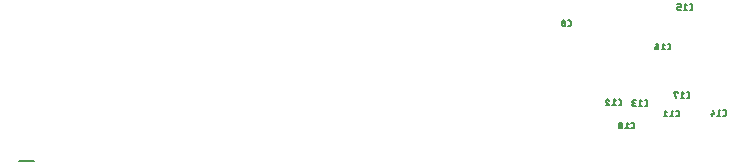
<source format=gbr>
G04 EAGLE Gerber RS-274X export*
G75*
%MOMM*%
%FSLAX34Y34*%
%LPD*%
%INSilkscreen Bottom*%
%IPPOS*%
%AMOC8*
5,1,8,0,0,1.08239X$1,22.5*%
G01*
%ADD10C,0.127000*%
%ADD11C,0.203200*%


D10*
X486839Y380619D02*
X487912Y380619D01*
X487977Y380621D01*
X488041Y380627D01*
X488105Y380637D01*
X488169Y380650D01*
X488231Y380668D01*
X488292Y380689D01*
X488352Y380713D01*
X488410Y380742D01*
X488467Y380774D01*
X488521Y380809D01*
X488573Y380847D01*
X488623Y380889D01*
X488670Y380933D01*
X488714Y380980D01*
X488756Y381030D01*
X488794Y381082D01*
X488829Y381136D01*
X488861Y381193D01*
X488890Y381251D01*
X488914Y381311D01*
X488935Y381372D01*
X488953Y381434D01*
X488966Y381498D01*
X488976Y381562D01*
X488982Y381626D01*
X488984Y381691D01*
X488984Y384373D01*
X488982Y384438D01*
X488976Y384502D01*
X488966Y384566D01*
X488953Y384630D01*
X488935Y384692D01*
X488914Y384753D01*
X488890Y384813D01*
X488861Y384871D01*
X488829Y384928D01*
X488794Y384982D01*
X488756Y385034D01*
X488714Y385084D01*
X488670Y385131D01*
X488623Y385175D01*
X488573Y385217D01*
X488521Y385255D01*
X488467Y385290D01*
X488410Y385322D01*
X488352Y385351D01*
X488292Y385375D01*
X488231Y385396D01*
X488169Y385414D01*
X488105Y385427D01*
X488041Y385437D01*
X487977Y385443D01*
X487912Y385445D01*
X486839Y385445D01*
X484383Y384373D02*
X483043Y385445D01*
X483043Y380619D01*
X484383Y380619D02*
X481702Y380619D01*
X478897Y383032D02*
X478895Y383152D01*
X478890Y383272D01*
X478881Y383392D01*
X478868Y383512D01*
X478852Y383631D01*
X478832Y383750D01*
X478808Y383868D01*
X478781Y383985D01*
X478751Y384101D01*
X478717Y384216D01*
X478679Y384331D01*
X478638Y384444D01*
X478594Y384555D01*
X478546Y384666D01*
X478495Y384775D01*
X478474Y384832D01*
X478448Y384888D01*
X478420Y384943D01*
X478388Y384995D01*
X478352Y385046D01*
X478314Y385094D01*
X478273Y385140D01*
X478229Y385183D01*
X478183Y385223D01*
X478134Y385260D01*
X478082Y385294D01*
X478029Y385325D01*
X477974Y385353D01*
X477918Y385377D01*
X477860Y385398D01*
X477801Y385415D01*
X477741Y385428D01*
X477680Y385437D01*
X477618Y385443D01*
X477557Y385445D01*
X477496Y385443D01*
X477434Y385437D01*
X477373Y385428D01*
X477313Y385415D01*
X477254Y385398D01*
X477196Y385377D01*
X477140Y385353D01*
X477085Y385325D01*
X477032Y385294D01*
X476980Y385260D01*
X476932Y385223D01*
X476885Y385183D01*
X476841Y385140D01*
X476800Y385094D01*
X476762Y385046D01*
X476726Y384995D01*
X476694Y384943D01*
X476666Y384888D01*
X476640Y384832D01*
X476619Y384775D01*
X476618Y384775D02*
X476567Y384666D01*
X476519Y384555D01*
X476475Y384444D01*
X476434Y384331D01*
X476396Y384216D01*
X476362Y384101D01*
X476332Y383985D01*
X476305Y383868D01*
X476281Y383750D01*
X476261Y383631D01*
X476245Y383512D01*
X476232Y383392D01*
X476223Y383272D01*
X476218Y383152D01*
X476216Y383032D01*
X478897Y383032D02*
X478895Y382912D01*
X478890Y382792D01*
X478881Y382672D01*
X478868Y382552D01*
X478852Y382433D01*
X478832Y382314D01*
X478808Y382196D01*
X478781Y382079D01*
X478751Y381963D01*
X478717Y381848D01*
X478679Y381733D01*
X478638Y381620D01*
X478594Y381509D01*
X478546Y381398D01*
X478495Y381289D01*
X478474Y381232D01*
X478448Y381176D01*
X478420Y381121D01*
X478388Y381069D01*
X478352Y381018D01*
X478314Y380970D01*
X478273Y380924D01*
X478229Y380881D01*
X478183Y380841D01*
X478134Y380804D01*
X478082Y380770D01*
X478029Y380739D01*
X477974Y380711D01*
X477918Y380687D01*
X477860Y380666D01*
X477801Y380649D01*
X477741Y380636D01*
X477680Y380627D01*
X477618Y380621D01*
X477557Y380619D01*
X476618Y381289D02*
X476567Y381398D01*
X476519Y381509D01*
X476475Y381620D01*
X476434Y381733D01*
X476396Y381848D01*
X476362Y381963D01*
X476332Y382079D01*
X476305Y382196D01*
X476281Y382314D01*
X476261Y382433D01*
X476245Y382552D01*
X476232Y382672D01*
X476223Y382792D01*
X476218Y382912D01*
X476216Y383032D01*
X476619Y381289D02*
X476640Y381232D01*
X476666Y381176D01*
X476694Y381121D01*
X476726Y381069D01*
X476762Y381018D01*
X476800Y380970D01*
X476841Y380924D01*
X476885Y380881D01*
X476932Y380841D01*
X476980Y380804D01*
X477032Y380770D01*
X477085Y380739D01*
X477140Y380711D01*
X477196Y380687D01*
X477254Y380666D01*
X477313Y380649D01*
X477373Y380636D01*
X477434Y380627D01*
X477496Y380621D01*
X477557Y380619D01*
X478629Y381691D02*
X476484Y384373D01*
X524685Y390779D02*
X525758Y390779D01*
X525823Y390781D01*
X525887Y390787D01*
X525951Y390797D01*
X526015Y390810D01*
X526077Y390828D01*
X526138Y390849D01*
X526198Y390873D01*
X526256Y390902D01*
X526313Y390934D01*
X526367Y390969D01*
X526419Y391007D01*
X526469Y391049D01*
X526516Y391093D01*
X526560Y391140D01*
X526602Y391190D01*
X526640Y391242D01*
X526675Y391296D01*
X526707Y391353D01*
X526736Y391411D01*
X526760Y391471D01*
X526781Y391532D01*
X526799Y391594D01*
X526812Y391658D01*
X526822Y391722D01*
X526828Y391786D01*
X526830Y391851D01*
X526830Y394533D01*
X526828Y394598D01*
X526822Y394662D01*
X526812Y394726D01*
X526799Y394790D01*
X526781Y394852D01*
X526760Y394913D01*
X526736Y394973D01*
X526707Y395031D01*
X526675Y395088D01*
X526640Y395142D01*
X526602Y395194D01*
X526560Y395244D01*
X526516Y395291D01*
X526469Y395335D01*
X526419Y395377D01*
X526367Y395415D01*
X526313Y395450D01*
X526256Y395482D01*
X526198Y395511D01*
X526138Y395535D01*
X526077Y395556D01*
X526015Y395574D01*
X525951Y395587D01*
X525887Y395597D01*
X525823Y395603D01*
X525758Y395605D01*
X524685Y395605D01*
X522229Y394533D02*
X520889Y395605D01*
X520889Y390779D01*
X522229Y390779D02*
X519548Y390779D01*
X516743Y394533D02*
X515403Y395605D01*
X515403Y390779D01*
X516743Y390779D02*
X514062Y390779D01*
X476990Y400177D02*
X475917Y400177D01*
X476990Y400177D02*
X477055Y400179D01*
X477119Y400185D01*
X477183Y400195D01*
X477247Y400208D01*
X477309Y400226D01*
X477370Y400247D01*
X477430Y400271D01*
X477488Y400300D01*
X477545Y400332D01*
X477599Y400367D01*
X477651Y400405D01*
X477701Y400447D01*
X477748Y400491D01*
X477792Y400538D01*
X477834Y400588D01*
X477872Y400640D01*
X477907Y400694D01*
X477939Y400751D01*
X477968Y400809D01*
X477992Y400869D01*
X478013Y400930D01*
X478031Y400992D01*
X478044Y401056D01*
X478054Y401120D01*
X478060Y401184D01*
X478062Y401249D01*
X478062Y403931D01*
X478060Y403996D01*
X478054Y404060D01*
X478044Y404124D01*
X478031Y404188D01*
X478013Y404250D01*
X477992Y404311D01*
X477968Y404371D01*
X477939Y404429D01*
X477907Y404486D01*
X477872Y404540D01*
X477834Y404592D01*
X477792Y404642D01*
X477748Y404689D01*
X477701Y404733D01*
X477651Y404775D01*
X477599Y404813D01*
X477545Y404848D01*
X477488Y404880D01*
X477430Y404909D01*
X477370Y404933D01*
X477309Y404954D01*
X477247Y404972D01*
X477183Y404985D01*
X477119Y404995D01*
X477055Y405001D01*
X476990Y405003D01*
X475917Y405003D01*
X473461Y403931D02*
X472121Y405003D01*
X472121Y400177D01*
X473461Y400177D02*
X470780Y400177D01*
X466500Y405003D02*
X466432Y405001D01*
X466365Y404995D01*
X466298Y404986D01*
X466231Y404973D01*
X466166Y404956D01*
X466101Y404935D01*
X466038Y404911D01*
X465976Y404883D01*
X465916Y404852D01*
X465858Y404818D01*
X465802Y404780D01*
X465747Y404740D01*
X465696Y404696D01*
X465647Y404649D01*
X465600Y404600D01*
X465556Y404549D01*
X465516Y404494D01*
X465478Y404438D01*
X465444Y404380D01*
X465413Y404320D01*
X465385Y404258D01*
X465361Y404195D01*
X465340Y404130D01*
X465323Y404065D01*
X465310Y403998D01*
X465301Y403931D01*
X465295Y403864D01*
X465293Y403796D01*
X466500Y405003D02*
X466578Y405001D01*
X466656Y404995D01*
X466733Y404985D01*
X466810Y404972D01*
X466886Y404954D01*
X466961Y404933D01*
X467035Y404908D01*
X467107Y404879D01*
X467178Y404847D01*
X467247Y404811D01*
X467315Y404772D01*
X467380Y404729D01*
X467443Y404683D01*
X467504Y404634D01*
X467562Y404582D01*
X467617Y404527D01*
X467670Y404470D01*
X467719Y404410D01*
X467766Y404347D01*
X467809Y404282D01*
X467849Y404216D01*
X467886Y404147D01*
X467919Y404076D01*
X467949Y404004D01*
X467975Y403930D01*
X465696Y402858D02*
X465647Y402907D01*
X465600Y402959D01*
X465557Y403014D01*
X465516Y403071D01*
X465478Y403130D01*
X465444Y403191D01*
X465413Y403254D01*
X465385Y403318D01*
X465361Y403384D01*
X465341Y403450D01*
X465324Y403518D01*
X465311Y403587D01*
X465302Y403656D01*
X465296Y403726D01*
X465294Y403796D01*
X465696Y402858D02*
X467975Y400177D01*
X465294Y400177D01*
X498269Y399669D02*
X499342Y399669D01*
X499407Y399671D01*
X499471Y399677D01*
X499535Y399687D01*
X499599Y399700D01*
X499661Y399718D01*
X499722Y399739D01*
X499782Y399763D01*
X499840Y399792D01*
X499897Y399824D01*
X499951Y399859D01*
X500003Y399897D01*
X500053Y399939D01*
X500100Y399983D01*
X500144Y400030D01*
X500186Y400080D01*
X500224Y400132D01*
X500259Y400186D01*
X500291Y400243D01*
X500320Y400301D01*
X500344Y400361D01*
X500365Y400422D01*
X500383Y400484D01*
X500396Y400548D01*
X500406Y400612D01*
X500412Y400676D01*
X500414Y400741D01*
X500414Y403423D01*
X500412Y403488D01*
X500406Y403552D01*
X500396Y403616D01*
X500383Y403680D01*
X500365Y403742D01*
X500344Y403803D01*
X500320Y403863D01*
X500291Y403921D01*
X500259Y403978D01*
X500224Y404032D01*
X500186Y404084D01*
X500144Y404134D01*
X500100Y404181D01*
X500053Y404225D01*
X500003Y404267D01*
X499951Y404305D01*
X499897Y404340D01*
X499840Y404372D01*
X499782Y404401D01*
X499722Y404425D01*
X499661Y404446D01*
X499599Y404464D01*
X499535Y404477D01*
X499471Y404487D01*
X499407Y404493D01*
X499342Y404495D01*
X498269Y404495D01*
X495813Y403423D02*
X494473Y404495D01*
X494473Y399669D01*
X495813Y399669D02*
X493132Y399669D01*
X490327Y399669D02*
X488987Y399669D01*
X488916Y399671D01*
X488844Y399677D01*
X488774Y399686D01*
X488704Y399699D01*
X488634Y399716D01*
X488566Y399737D01*
X488499Y399761D01*
X488433Y399789D01*
X488369Y399820D01*
X488306Y399855D01*
X488246Y399893D01*
X488187Y399934D01*
X488131Y399978D01*
X488077Y400025D01*
X488026Y400074D01*
X487978Y400127D01*
X487932Y400182D01*
X487890Y400239D01*
X487850Y400299D01*
X487814Y400360D01*
X487781Y400424D01*
X487752Y400489D01*
X487726Y400555D01*
X487703Y400623D01*
X487684Y400692D01*
X487669Y400762D01*
X487658Y400832D01*
X487650Y400903D01*
X487646Y400974D01*
X487646Y401046D01*
X487650Y401117D01*
X487658Y401188D01*
X487669Y401258D01*
X487684Y401328D01*
X487703Y401397D01*
X487726Y401465D01*
X487752Y401531D01*
X487781Y401596D01*
X487814Y401660D01*
X487850Y401721D01*
X487890Y401781D01*
X487932Y401838D01*
X487978Y401893D01*
X488026Y401946D01*
X488077Y401995D01*
X488131Y402042D01*
X488187Y402086D01*
X488246Y402127D01*
X488306Y402165D01*
X488369Y402200D01*
X488433Y402231D01*
X488499Y402259D01*
X488566Y402283D01*
X488634Y402304D01*
X488704Y402321D01*
X488774Y402334D01*
X488844Y402343D01*
X488916Y402349D01*
X488987Y402351D01*
X488718Y404495D02*
X490327Y404495D01*
X488718Y404495D02*
X488653Y404493D01*
X488589Y404487D01*
X488525Y404477D01*
X488461Y404464D01*
X488399Y404446D01*
X488338Y404425D01*
X488278Y404401D01*
X488220Y404372D01*
X488163Y404340D01*
X488109Y404305D01*
X488057Y404267D01*
X488007Y404225D01*
X487960Y404181D01*
X487916Y404134D01*
X487874Y404084D01*
X487836Y404032D01*
X487801Y403978D01*
X487769Y403921D01*
X487740Y403863D01*
X487716Y403803D01*
X487695Y403742D01*
X487677Y403680D01*
X487664Y403616D01*
X487654Y403552D01*
X487648Y403488D01*
X487646Y403423D01*
X487648Y403358D01*
X487654Y403294D01*
X487664Y403230D01*
X487677Y403166D01*
X487695Y403104D01*
X487716Y403043D01*
X487740Y402983D01*
X487769Y402925D01*
X487801Y402868D01*
X487836Y402814D01*
X487874Y402762D01*
X487916Y402712D01*
X487960Y402665D01*
X488007Y402621D01*
X488057Y402579D01*
X488109Y402541D01*
X488163Y402506D01*
X488220Y402474D01*
X488278Y402445D01*
X488338Y402421D01*
X488399Y402400D01*
X488461Y402382D01*
X488525Y402369D01*
X488589Y402359D01*
X488653Y402353D01*
X488718Y402351D01*
X488718Y402350D02*
X489791Y402350D01*
X564563Y391287D02*
X565636Y391287D01*
X565701Y391289D01*
X565765Y391295D01*
X565829Y391305D01*
X565893Y391318D01*
X565955Y391336D01*
X566016Y391357D01*
X566076Y391381D01*
X566134Y391410D01*
X566191Y391442D01*
X566245Y391477D01*
X566297Y391515D01*
X566347Y391557D01*
X566394Y391601D01*
X566438Y391648D01*
X566480Y391698D01*
X566518Y391750D01*
X566553Y391804D01*
X566585Y391861D01*
X566614Y391919D01*
X566638Y391979D01*
X566659Y392040D01*
X566677Y392102D01*
X566690Y392166D01*
X566700Y392230D01*
X566706Y392294D01*
X566708Y392359D01*
X566708Y395041D01*
X566706Y395106D01*
X566700Y395170D01*
X566690Y395234D01*
X566677Y395298D01*
X566659Y395360D01*
X566638Y395421D01*
X566614Y395481D01*
X566585Y395539D01*
X566553Y395596D01*
X566518Y395650D01*
X566480Y395702D01*
X566438Y395752D01*
X566394Y395799D01*
X566347Y395843D01*
X566297Y395885D01*
X566245Y395923D01*
X566191Y395958D01*
X566134Y395990D01*
X566076Y396019D01*
X566016Y396043D01*
X565955Y396064D01*
X565893Y396082D01*
X565829Y396095D01*
X565765Y396105D01*
X565701Y396111D01*
X565636Y396113D01*
X564563Y396113D01*
X562107Y395041D02*
X560767Y396113D01*
X560767Y391287D01*
X562107Y391287D02*
X559426Y391287D01*
X556621Y392359D02*
X555549Y396113D01*
X556621Y392359D02*
X553940Y392359D01*
X554744Y393432D02*
X554744Y391287D01*
X537442Y480949D02*
X536369Y480949D01*
X537442Y480949D02*
X537507Y480951D01*
X537571Y480957D01*
X537635Y480967D01*
X537699Y480980D01*
X537761Y480998D01*
X537822Y481019D01*
X537882Y481043D01*
X537940Y481072D01*
X537997Y481104D01*
X538051Y481139D01*
X538103Y481177D01*
X538153Y481219D01*
X538200Y481263D01*
X538244Y481310D01*
X538286Y481360D01*
X538324Y481412D01*
X538359Y481466D01*
X538391Y481523D01*
X538420Y481581D01*
X538444Y481641D01*
X538465Y481702D01*
X538483Y481764D01*
X538496Y481828D01*
X538506Y481892D01*
X538512Y481956D01*
X538514Y482021D01*
X538514Y484703D01*
X538512Y484768D01*
X538506Y484832D01*
X538496Y484896D01*
X538483Y484960D01*
X538465Y485022D01*
X538444Y485083D01*
X538420Y485143D01*
X538391Y485201D01*
X538359Y485258D01*
X538324Y485312D01*
X538286Y485364D01*
X538244Y485414D01*
X538200Y485461D01*
X538153Y485505D01*
X538103Y485547D01*
X538051Y485585D01*
X537997Y485620D01*
X537940Y485652D01*
X537882Y485681D01*
X537822Y485705D01*
X537761Y485726D01*
X537699Y485744D01*
X537635Y485757D01*
X537571Y485767D01*
X537507Y485773D01*
X537442Y485775D01*
X536369Y485775D01*
X533913Y484703D02*
X532573Y485775D01*
X532573Y480949D01*
X533913Y480949D02*
X531232Y480949D01*
X528427Y480949D02*
X526818Y480949D01*
X526753Y480951D01*
X526689Y480957D01*
X526625Y480967D01*
X526561Y480980D01*
X526499Y480998D01*
X526438Y481019D01*
X526378Y481043D01*
X526320Y481072D01*
X526263Y481104D01*
X526209Y481139D01*
X526157Y481177D01*
X526107Y481219D01*
X526060Y481263D01*
X526016Y481310D01*
X525974Y481360D01*
X525936Y481412D01*
X525901Y481466D01*
X525869Y481523D01*
X525840Y481581D01*
X525816Y481641D01*
X525795Y481702D01*
X525777Y481764D01*
X525764Y481828D01*
X525754Y481892D01*
X525748Y481956D01*
X525746Y482021D01*
X525746Y482558D01*
X525748Y482623D01*
X525754Y482687D01*
X525764Y482751D01*
X525777Y482815D01*
X525795Y482877D01*
X525816Y482938D01*
X525840Y482998D01*
X525869Y483056D01*
X525901Y483113D01*
X525936Y483167D01*
X525974Y483219D01*
X526016Y483269D01*
X526060Y483316D01*
X526107Y483360D01*
X526157Y483402D01*
X526209Y483440D01*
X526263Y483475D01*
X526320Y483507D01*
X526378Y483536D01*
X526438Y483560D01*
X526499Y483581D01*
X526561Y483599D01*
X526625Y483612D01*
X526689Y483622D01*
X526753Y483628D01*
X526818Y483630D01*
X528427Y483630D01*
X528427Y485775D01*
X525746Y485775D01*
X518646Y447421D02*
X517573Y447421D01*
X518646Y447421D02*
X518711Y447423D01*
X518775Y447429D01*
X518839Y447439D01*
X518903Y447452D01*
X518965Y447470D01*
X519026Y447491D01*
X519086Y447515D01*
X519144Y447544D01*
X519201Y447576D01*
X519255Y447611D01*
X519307Y447649D01*
X519357Y447691D01*
X519404Y447735D01*
X519448Y447782D01*
X519490Y447832D01*
X519528Y447884D01*
X519563Y447938D01*
X519595Y447995D01*
X519624Y448053D01*
X519648Y448113D01*
X519669Y448174D01*
X519687Y448236D01*
X519700Y448300D01*
X519710Y448364D01*
X519716Y448428D01*
X519718Y448493D01*
X519718Y451175D01*
X519716Y451240D01*
X519710Y451304D01*
X519700Y451368D01*
X519687Y451432D01*
X519669Y451494D01*
X519648Y451555D01*
X519624Y451615D01*
X519595Y451673D01*
X519563Y451730D01*
X519528Y451784D01*
X519490Y451836D01*
X519448Y451886D01*
X519404Y451933D01*
X519357Y451977D01*
X519307Y452019D01*
X519255Y452057D01*
X519201Y452092D01*
X519144Y452124D01*
X519086Y452153D01*
X519026Y452177D01*
X518965Y452198D01*
X518903Y452216D01*
X518839Y452229D01*
X518775Y452239D01*
X518711Y452245D01*
X518646Y452247D01*
X517573Y452247D01*
X515117Y451175D02*
X513777Y452247D01*
X513777Y447421D01*
X515117Y447421D02*
X512436Y447421D01*
X509631Y450102D02*
X508022Y450102D01*
X507957Y450100D01*
X507893Y450094D01*
X507829Y450084D01*
X507765Y450071D01*
X507703Y450053D01*
X507642Y450032D01*
X507582Y450008D01*
X507524Y449979D01*
X507467Y449947D01*
X507413Y449912D01*
X507361Y449874D01*
X507311Y449832D01*
X507264Y449788D01*
X507220Y449741D01*
X507178Y449691D01*
X507140Y449639D01*
X507105Y449585D01*
X507073Y449528D01*
X507044Y449470D01*
X507020Y449410D01*
X506999Y449349D01*
X506981Y449287D01*
X506968Y449223D01*
X506958Y449159D01*
X506952Y449095D01*
X506950Y449030D01*
X506950Y448762D01*
X506949Y448762D02*
X506951Y448691D01*
X506957Y448619D01*
X506966Y448549D01*
X506979Y448479D01*
X506996Y448409D01*
X507017Y448341D01*
X507041Y448274D01*
X507069Y448208D01*
X507100Y448144D01*
X507135Y448081D01*
X507173Y448021D01*
X507214Y447962D01*
X507258Y447906D01*
X507305Y447852D01*
X507354Y447801D01*
X507407Y447753D01*
X507462Y447707D01*
X507519Y447665D01*
X507579Y447625D01*
X507640Y447589D01*
X507704Y447556D01*
X507769Y447527D01*
X507835Y447501D01*
X507903Y447478D01*
X507972Y447459D01*
X508042Y447444D01*
X508112Y447433D01*
X508183Y447425D01*
X508254Y447421D01*
X508326Y447421D01*
X508397Y447425D01*
X508468Y447433D01*
X508538Y447444D01*
X508608Y447459D01*
X508677Y447478D01*
X508745Y447501D01*
X508811Y447527D01*
X508876Y447556D01*
X508940Y447589D01*
X509001Y447625D01*
X509061Y447665D01*
X509118Y447707D01*
X509173Y447753D01*
X509226Y447801D01*
X509275Y447852D01*
X509322Y447906D01*
X509366Y447962D01*
X509407Y448021D01*
X509445Y448081D01*
X509480Y448144D01*
X509511Y448208D01*
X509539Y448274D01*
X509563Y448341D01*
X509584Y448409D01*
X509601Y448479D01*
X509614Y448549D01*
X509623Y448619D01*
X509629Y448691D01*
X509631Y448762D01*
X509631Y450102D01*
X509629Y450193D01*
X509623Y450284D01*
X509614Y450374D01*
X509600Y450465D01*
X509583Y450554D01*
X509562Y450642D01*
X509537Y450730D01*
X509508Y450817D01*
X509476Y450902D01*
X509441Y450986D01*
X509401Y451068D01*
X509359Y451148D01*
X509313Y451227D01*
X509263Y451303D01*
X509211Y451377D01*
X509155Y451450D01*
X509096Y451519D01*
X509035Y451586D01*
X508970Y451651D01*
X508903Y451712D01*
X508834Y451771D01*
X508761Y451827D01*
X508687Y451879D01*
X508611Y451929D01*
X508532Y451975D01*
X508452Y452017D01*
X508370Y452057D01*
X508286Y452092D01*
X508201Y452124D01*
X508114Y452153D01*
X508026Y452178D01*
X507938Y452199D01*
X507849Y452216D01*
X507758Y452230D01*
X507668Y452239D01*
X507577Y452245D01*
X507486Y452247D01*
X533829Y406273D02*
X534902Y406273D01*
X534967Y406275D01*
X535031Y406281D01*
X535095Y406291D01*
X535159Y406304D01*
X535221Y406322D01*
X535282Y406343D01*
X535342Y406367D01*
X535400Y406396D01*
X535457Y406428D01*
X535511Y406463D01*
X535563Y406501D01*
X535613Y406543D01*
X535660Y406587D01*
X535704Y406634D01*
X535746Y406684D01*
X535784Y406736D01*
X535819Y406790D01*
X535851Y406847D01*
X535880Y406905D01*
X535904Y406965D01*
X535925Y407026D01*
X535943Y407088D01*
X535956Y407152D01*
X535966Y407216D01*
X535972Y407280D01*
X535974Y407345D01*
X535974Y410027D01*
X535972Y410092D01*
X535966Y410156D01*
X535956Y410220D01*
X535943Y410284D01*
X535925Y410346D01*
X535904Y410407D01*
X535880Y410467D01*
X535851Y410525D01*
X535819Y410582D01*
X535784Y410636D01*
X535746Y410688D01*
X535704Y410738D01*
X535660Y410785D01*
X535613Y410829D01*
X535563Y410871D01*
X535511Y410909D01*
X535457Y410944D01*
X535400Y410976D01*
X535342Y411005D01*
X535282Y411029D01*
X535221Y411050D01*
X535159Y411068D01*
X535095Y411081D01*
X535031Y411091D01*
X534967Y411097D01*
X534902Y411099D01*
X533829Y411099D01*
X531373Y410027D02*
X530033Y411099D01*
X530033Y406273D01*
X531373Y406273D02*
X528692Y406273D01*
X525887Y410563D02*
X525887Y411099D01*
X523206Y411099D01*
X524547Y406273D01*
X434368Y467233D02*
X433296Y467233D01*
X434368Y467233D02*
X434433Y467235D01*
X434497Y467241D01*
X434561Y467251D01*
X434625Y467264D01*
X434687Y467282D01*
X434748Y467303D01*
X434808Y467327D01*
X434866Y467356D01*
X434923Y467388D01*
X434977Y467423D01*
X435029Y467461D01*
X435079Y467503D01*
X435126Y467547D01*
X435170Y467594D01*
X435212Y467644D01*
X435250Y467696D01*
X435285Y467750D01*
X435317Y467807D01*
X435346Y467865D01*
X435370Y467925D01*
X435391Y467986D01*
X435409Y468048D01*
X435422Y468112D01*
X435432Y468176D01*
X435438Y468240D01*
X435440Y468305D01*
X435441Y468305D02*
X435441Y470987D01*
X435440Y470987D02*
X435438Y471052D01*
X435432Y471116D01*
X435422Y471180D01*
X435409Y471244D01*
X435391Y471306D01*
X435370Y471367D01*
X435346Y471427D01*
X435317Y471485D01*
X435285Y471542D01*
X435250Y471596D01*
X435212Y471648D01*
X435170Y471698D01*
X435126Y471745D01*
X435079Y471789D01*
X435029Y471831D01*
X434977Y471869D01*
X434923Y471904D01*
X434866Y471936D01*
X434808Y471965D01*
X434748Y471989D01*
X434687Y472010D01*
X434625Y472028D01*
X434561Y472041D01*
X434497Y472051D01*
X434433Y472057D01*
X434368Y472059D01*
X433296Y472059D01*
X430841Y468574D02*
X430839Y468645D01*
X430833Y468717D01*
X430824Y468787D01*
X430811Y468857D01*
X430794Y468927D01*
X430773Y468995D01*
X430749Y469062D01*
X430721Y469128D01*
X430690Y469192D01*
X430655Y469255D01*
X430617Y469315D01*
X430576Y469374D01*
X430532Y469430D01*
X430485Y469484D01*
X430436Y469535D01*
X430383Y469583D01*
X430328Y469629D01*
X430271Y469671D01*
X430211Y469711D01*
X430150Y469747D01*
X430086Y469780D01*
X430021Y469809D01*
X429955Y469835D01*
X429887Y469858D01*
X429818Y469877D01*
X429748Y469892D01*
X429678Y469903D01*
X429607Y469911D01*
X429536Y469915D01*
X429464Y469915D01*
X429393Y469911D01*
X429322Y469903D01*
X429252Y469892D01*
X429182Y469877D01*
X429113Y469858D01*
X429045Y469835D01*
X428979Y469809D01*
X428914Y469780D01*
X428850Y469747D01*
X428789Y469711D01*
X428729Y469671D01*
X428672Y469629D01*
X428617Y469583D01*
X428564Y469535D01*
X428515Y469484D01*
X428468Y469430D01*
X428424Y469374D01*
X428383Y469315D01*
X428345Y469255D01*
X428310Y469192D01*
X428279Y469128D01*
X428251Y469062D01*
X428227Y468995D01*
X428206Y468927D01*
X428189Y468857D01*
X428176Y468787D01*
X428167Y468717D01*
X428161Y468645D01*
X428159Y468574D01*
X428161Y468503D01*
X428167Y468431D01*
X428176Y468361D01*
X428189Y468291D01*
X428206Y468221D01*
X428227Y468153D01*
X428251Y468086D01*
X428279Y468020D01*
X428310Y467956D01*
X428345Y467893D01*
X428383Y467833D01*
X428424Y467774D01*
X428468Y467718D01*
X428515Y467664D01*
X428564Y467613D01*
X428617Y467565D01*
X428672Y467519D01*
X428729Y467477D01*
X428789Y467437D01*
X428850Y467401D01*
X428914Y467368D01*
X428979Y467339D01*
X429045Y467313D01*
X429113Y467290D01*
X429182Y467271D01*
X429252Y467256D01*
X429322Y467245D01*
X429393Y467237D01*
X429464Y467233D01*
X429536Y467233D01*
X429607Y467237D01*
X429678Y467245D01*
X429748Y467256D01*
X429818Y467271D01*
X429887Y467290D01*
X429955Y467313D01*
X430021Y467339D01*
X430086Y467368D01*
X430150Y467401D01*
X430211Y467437D01*
X430271Y467477D01*
X430328Y467519D01*
X430383Y467565D01*
X430436Y467613D01*
X430485Y467664D01*
X430532Y467718D01*
X430576Y467774D01*
X430617Y467833D01*
X430655Y467893D01*
X430690Y467956D01*
X430721Y468020D01*
X430749Y468086D01*
X430773Y468153D01*
X430794Y468221D01*
X430811Y468291D01*
X430824Y468361D01*
X430833Y468431D01*
X430839Y468503D01*
X430841Y468574D01*
X430572Y470987D02*
X430570Y471052D01*
X430564Y471116D01*
X430554Y471180D01*
X430541Y471244D01*
X430523Y471306D01*
X430502Y471367D01*
X430478Y471427D01*
X430449Y471485D01*
X430417Y471542D01*
X430382Y471596D01*
X430344Y471648D01*
X430302Y471698D01*
X430258Y471745D01*
X430211Y471789D01*
X430161Y471831D01*
X430109Y471869D01*
X430055Y471904D01*
X429998Y471936D01*
X429940Y471965D01*
X429880Y471989D01*
X429819Y472010D01*
X429757Y472028D01*
X429693Y472041D01*
X429629Y472051D01*
X429565Y472057D01*
X429500Y472059D01*
X429435Y472057D01*
X429371Y472051D01*
X429307Y472041D01*
X429243Y472028D01*
X429181Y472010D01*
X429120Y471989D01*
X429060Y471965D01*
X429002Y471936D01*
X428945Y471904D01*
X428891Y471869D01*
X428839Y471831D01*
X428789Y471789D01*
X428742Y471745D01*
X428698Y471698D01*
X428656Y471648D01*
X428618Y471596D01*
X428583Y471542D01*
X428551Y471485D01*
X428522Y471427D01*
X428498Y471367D01*
X428477Y471306D01*
X428459Y471244D01*
X428446Y471180D01*
X428436Y471116D01*
X428430Y471052D01*
X428428Y470987D01*
X428430Y470922D01*
X428436Y470858D01*
X428446Y470794D01*
X428459Y470730D01*
X428477Y470668D01*
X428498Y470607D01*
X428522Y470547D01*
X428551Y470489D01*
X428583Y470432D01*
X428618Y470378D01*
X428656Y470326D01*
X428698Y470276D01*
X428742Y470229D01*
X428789Y470185D01*
X428839Y470143D01*
X428891Y470105D01*
X428945Y470070D01*
X429002Y470038D01*
X429060Y470009D01*
X429120Y469985D01*
X429181Y469964D01*
X429243Y469946D01*
X429307Y469933D01*
X429371Y469923D01*
X429435Y469917D01*
X429500Y469915D01*
X429565Y469917D01*
X429629Y469923D01*
X429693Y469933D01*
X429757Y469946D01*
X429819Y469964D01*
X429880Y469985D01*
X429940Y470009D01*
X429998Y470038D01*
X430055Y470070D01*
X430109Y470105D01*
X430161Y470143D01*
X430211Y470185D01*
X430258Y470229D01*
X430302Y470276D01*
X430344Y470326D01*
X430382Y470378D01*
X430417Y470432D01*
X430449Y470489D01*
X430478Y470547D01*
X430502Y470607D01*
X430523Y470668D01*
X430541Y470730D01*
X430554Y470794D01*
X430564Y470858D01*
X430570Y470922D01*
X430572Y470987D01*
D11*
X-19050Y353060D02*
X-31750Y353060D01*
M02*

</source>
